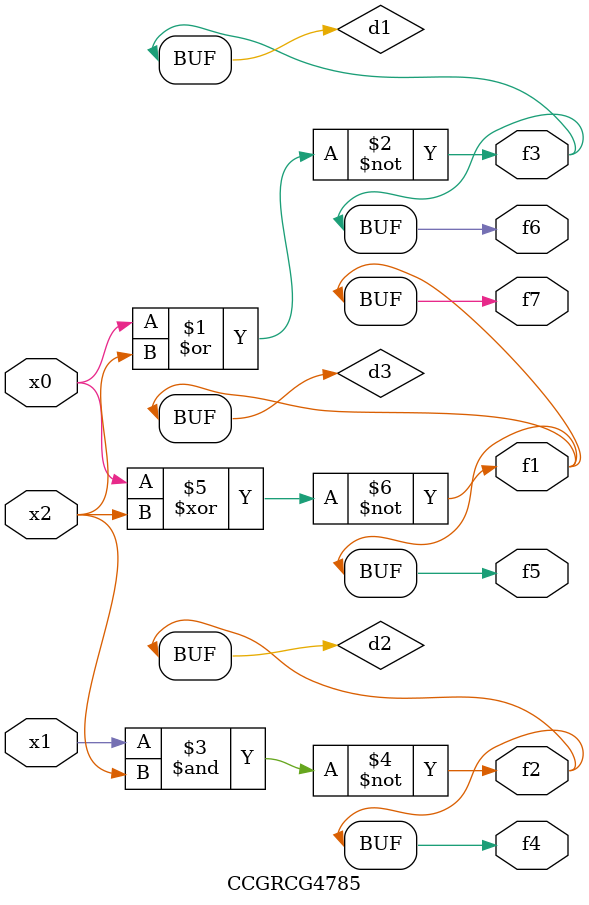
<source format=v>
module CCGRCG4785(
	input x0, x1, x2,
	output f1, f2, f3, f4, f5, f6, f7
);

	wire d1, d2, d3;

	nor (d1, x0, x2);
	nand (d2, x1, x2);
	xnor (d3, x0, x2);
	assign f1 = d3;
	assign f2 = d2;
	assign f3 = d1;
	assign f4 = d2;
	assign f5 = d3;
	assign f6 = d1;
	assign f7 = d3;
endmodule

</source>
